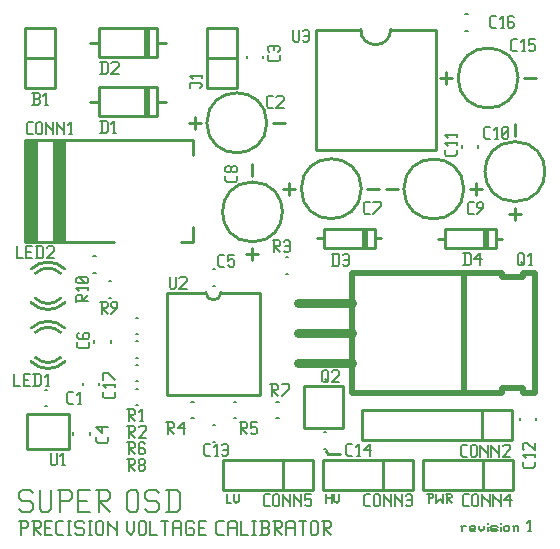
<source format=gbr>
G04 start of page 7 for group -4079 idx -4079 *
G04 Title: (unknown), topsilk *
G04 Creator: pcb 20091103 *
G04 CreationDate: Fri 28 Jan 2011 22:02:30 GMT UTC *
G04 For: thomas *
G04 Format: Gerber/RS-274X *
G04 PCB-Dimensions: 179130 179130 *
G04 PCB-Coordinate-Origin: lower left *
%MOIN*%
%FSLAX25Y25*%
%LNFRONTSILK*%
%ADD12C,0.0100*%
%ADD13C,0.0200*%
%ADD28C,0.0300*%
%ADD47C,0.0080*%
%ADD49C,0.0060*%
%ADD50C,0.0075*%
G54D12*X110236Y31099D02*X106299D01*
X105512Y31886D01*
G54D49*X105511Y17729D02*Y14649D01*
X107436Y17729D02*Y14649D01*
X105511Y16189D02*X107436D01*
X108360Y17729D02*Y15419D01*
X109130Y14649D01*
X109900Y15419D01*
Y17729D02*Y15419D01*
X72441Y17730D02*Y14650D01*
X73981D01*
X74905Y17730D02*Y15420D01*
X75675Y14650D01*
X76445Y15420D01*
Y17730D02*Y15420D01*
X139754Y17729D02*Y14649D01*
X139369Y17729D02*X140909D01*
X141294Y17344D01*
Y16574D01*
X140909Y16189D02*X141294Y16574D01*
X139754Y16189D02*X140909D01*
X142218Y17729D02*Y14649D01*
X143373Y15804D01*
X144528Y14649D01*
Y17729D02*Y14649D01*
X145453Y17729D02*X146993D01*
X147378Y17344D01*
Y16574D01*
X146993Y16189D02*X147378Y16574D01*
X145838Y16189D02*X146993D01*
X145838Y17729D02*Y14649D01*
Y16189D02*X147378Y14649D01*
G54D50*X6890Y18992D02*X7825Y18057D01*
X4085Y18992D02*X6890D01*
X3150Y18057D02*X4085Y18992D01*
X3150Y18057D02*Y16187D01*
X4085Y15252D01*
X6890D01*
X7825Y14317D01*
Y12447D01*
X6890Y11512D02*X7825Y12447D01*
X4085Y11512D02*X6890D01*
X3150Y12447D02*X4085Y11512D01*
X10070Y18992D02*Y12447D01*
X11005Y11512D01*
X12875D01*
X13810Y12447D01*
Y18992D02*Y12447D01*
X16991Y18992D02*Y11512D01*
X16056Y18992D02*X19796D01*
X20731Y18057D01*
Y16187D01*
X19796Y15252D02*X20731Y16187D01*
X16991Y15252D02*X19796D01*
X22977D02*X25782D01*
X22977Y11512D02*X26717D01*
X22977Y18992D02*Y11512D01*
Y18992D02*X26717D01*
X28963D02*X32703D01*
X33638Y18057D01*
Y16187D01*
X32703Y15252D02*X33638Y16187D01*
X29898Y15252D02*X32703D01*
X29898Y18992D02*Y11512D01*
Y15252D02*X33638Y11512D01*
X39250Y18057D02*Y12447D01*
Y18057D02*X40185Y18992D01*
X42055D01*
X42990Y18057D01*
Y12447D01*
X42055Y11512D02*X42990Y12447D01*
X40185Y11512D02*X42055D01*
X39250Y12447D02*X40185Y11512D01*
X48976Y18992D02*X49911Y18057D01*
X46171Y18992D02*X48976D01*
X45236Y18057D02*X46171Y18992D01*
X45236Y18057D02*Y16187D01*
X46171Y15252D01*
X48976D01*
X49911Y14317D01*
Y12447D01*
X48976Y11512D02*X49911Y12447D01*
X46171Y11512D02*X48976D01*
X45236Y12447D02*X46171Y11512D01*
X53092Y18992D02*Y11512D01*
X55897Y18992D02*X56832Y18057D01*
Y12447D01*
X55897Y11512D02*X56832Y12447D01*
X52157Y11512D02*X55897D01*
X52157Y18992D02*X55897D01*
G54D49*X3740Y8658D02*Y3938D01*
X3150Y8658D02*X5510D01*
X6100Y8068D01*
Y6888D01*
X5510Y6298D02*X6100Y6888D01*
X3740Y6298D02*X5510D01*
X7517Y8658D02*X9877D01*
X10467Y8068D01*
Y6888D01*
X9877Y6298D02*X10467Y6888D01*
X8107Y6298D02*X9877D01*
X8107Y8658D02*Y3938D01*
Y6298D02*X10467Y3938D01*
X11884Y6298D02*X13654D01*
X11884Y3938D02*X14244D01*
X11884Y8658D02*Y3938D01*
Y8658D02*X14244D01*
X16251Y3938D02*X18021D01*
X15661Y4528D02*X16251Y3938D01*
X15661Y8068D02*Y4528D01*
Y8068D02*X16251Y8658D01*
X18021D01*
X19438D02*X20618D01*
X20028D02*Y3938D01*
X19438D02*X20618D01*
X24395Y8658D02*X24985Y8068D01*
X22625Y8658D02*X24395D01*
X22035Y8068D02*X22625Y8658D01*
X22035Y8068D02*Y6888D01*
X22625Y6298D01*
X24395D01*
X24985Y5708D01*
Y4528D01*
X24395Y3938D02*X24985Y4528D01*
X22625Y3938D02*X24395D01*
X22035Y4528D02*X22625Y3938D01*
X26403Y8658D02*X27583D01*
X26993D02*Y3938D01*
X26403D02*X27583D01*
X29000Y8068D02*Y4528D01*
Y8068D02*X29590Y8658D01*
X30770D01*
X31360Y8068D01*
Y4528D01*
X30770Y3938D02*X31360Y4528D01*
X29590Y3938D02*X30770D01*
X29000Y4528D02*X29590Y3938D01*
X32777Y8658D02*Y3938D01*
Y8658D02*Y8068D01*
X35727Y5118D01*
Y8658D02*Y3938D01*
X39268Y8658D02*Y5118D01*
X40448Y3938D01*
X41628Y5118D01*
Y8658D02*Y5118D01*
X43045Y8068D02*Y4528D01*
Y8068D02*X43635Y8658D01*
X44815D01*
X45405Y8068D01*
Y4528D01*
X44815Y3938D02*X45405Y4528D01*
X43635Y3938D02*X44815D01*
X43045Y4528D02*X43635Y3938D01*
X46822Y8658D02*Y3938D01*
X49182D01*
X50600Y8658D02*X52960D01*
X51780D02*Y3938D01*
X54377Y8068D02*Y3938D01*
Y8068D02*X54967Y8658D01*
X56737D01*
X57327Y8068D01*
Y3938D01*
X54377Y6298D02*X57327D01*
X61104Y8658D02*X61694Y8068D01*
X59334Y8658D02*X61104D01*
X58744Y8068D02*X59334Y8658D01*
X58744Y8068D02*Y4528D01*
X59334Y3938D01*
X61104D01*
X61694Y4528D01*
Y5708D02*Y4528D01*
X61104Y6298D02*X61694Y5708D01*
X59924Y6298D02*X61104D01*
X63111D02*X64881D01*
X63111Y3938D02*X65471D01*
X63111Y8658D02*Y3938D01*
Y8658D02*X65471D01*
X69602Y3938D02*X71372D01*
X69012Y4528D02*X69602Y3938D01*
X69012Y8068D02*Y4528D01*
Y8068D02*X69602Y8658D01*
X71372D01*
X72790Y8068D02*Y3938D01*
Y8068D02*X73380Y8658D01*
X75150D01*
X75740Y8068D01*
Y3938D01*
X72790Y6298D02*X75740D01*
X77157Y8658D02*Y3938D01*
X79517D01*
X80934Y8658D02*X82114D01*
X81524D02*Y3938D01*
X80934D02*X82114D01*
X83531D02*X85891D01*
X86481Y4528D01*
Y5708D02*Y4528D01*
X85891Y6298D02*X86481Y5708D01*
X84121Y6298D02*X85891D01*
X84121Y8658D02*Y3938D01*
X83531Y8658D02*X85891D01*
X86481Y8068D01*
Y6888D01*
X85891Y6298D02*X86481Y6888D01*
X87898Y8658D02*X90258D01*
X90848Y8068D01*
Y6888D01*
X90258Y6298D02*X90848Y6888D01*
X88488Y6298D02*X90258D01*
X88488Y8658D02*Y3938D01*
Y6298D02*X90848Y3938D01*
X92265Y8068D02*Y3938D01*
Y8068D02*X92855Y8658D01*
X94625D01*
X95215Y8068D01*
Y3938D01*
X92265Y6298D02*X95215D01*
X96633Y8658D02*X98993D01*
X97813D02*Y3938D01*
X100410Y8068D02*Y4528D01*
Y8068D02*X101000Y8658D01*
X102180D01*
X102770Y8068D01*
Y4528D01*
X102180Y3938D02*X102770Y4528D01*
X101000Y3938D02*X102180D01*
X100410Y4528D02*X101000Y3938D01*
X104187Y8658D02*X106547D01*
X107137Y8068D01*
Y6888D01*
X106547Y6298D02*X107137Y6888D01*
X104777Y6298D02*X106547D01*
X104777Y8658D02*Y3938D01*
Y6298D02*X107137Y3938D01*
X150864Y6549D02*Y5139D01*
Y6549D02*X151334Y7019D01*
X152274D01*
X150394D02*X150864Y6549D01*
X153872Y5139D02*X155282D01*
X153402Y5609D02*X153872Y5139D01*
X153402Y6549D02*Y5609D01*
Y6549D02*X153872Y7019D01*
X154812D01*
X155282Y6549D01*
X153402Y6079D02*X155282D01*
Y6549D02*Y6079D01*
X156411Y7019D02*Y6079D01*
X157351Y5139D01*
X158291Y6079D01*
Y7019D02*Y6079D01*
X159420Y7959D02*Y7489D01*
Y6549D02*Y5139D01*
X160831D02*X162241D01*
X162711Y5609D01*
X162241Y6079D02*X162711Y5609D01*
X160831Y6079D02*X162241D01*
X160361Y6549D02*X160831Y6079D01*
X160361Y6549D02*X160831Y7019D01*
X162241D01*
X162711Y6549D01*
X160361Y5609D02*X160831Y5139D01*
X163840Y7959D02*Y7489D01*
Y6549D02*Y5139D01*
X164781Y6549D02*Y5609D01*
Y6549D02*X165251Y7019D01*
X166191D01*
X166661Y6549D01*
Y5609D01*
X166191Y5139D02*X166661Y5609D01*
X165251Y5139D02*X166191D01*
X164781Y5609D02*X165251Y5139D01*
X168260Y6549D02*Y5139D01*
Y6549D02*X168730Y7019D01*
X169200D01*
X169670Y6549D01*
Y5139D01*
X167790Y7019D02*X168260Y6549D01*
X172961Y5139D02*X173901D01*
X173431Y8899D02*Y5139D01*
X172491Y7959D02*X173431Y8899D01*
G54D12*X5236Y173106D02*Y153106D01*
X15236D01*
Y173106D02*Y153106D01*
X5236Y173106D02*X15236D01*
X5236Y163106D02*X15236D01*
Y173106D02*Y163106D01*
G54D47*X27953Y96846D02*X28739D01*
X27953Y91336D02*X28739D01*
G54D12*X49302Y172960D02*Y163252D01*
Y168106D02*X52297D01*
X29792Y163252D02*X49302D01*
X29792Y172960D02*Y163252D01*
X26797Y168106D02*X29792D01*
Y172960D02*X49302D01*
X46302D02*Y163252D01*
X45802Y172960D02*Y163252D01*
X45302Y172960D02*Y163252D01*
X49302Y153275D02*Y143567D01*
Y148421D02*X52297D01*
X29792Y143567D02*X49302D01*
X29792Y153275D02*Y143567D01*
X26797Y148421D02*X29792D01*
Y153275D02*X49302D01*
X46302D02*Y143567D01*
X45802Y153275D02*Y143567D01*
X45302Y153275D02*Y143567D01*
X34707Y101564D02*X5207D01*
Y135564D01*
X61207D01*
Y130564D01*
X57207Y101564D02*X61207D01*
Y106564D01*
X5207Y101564D02*Y135564D01*
X5707Y101564D02*Y135564D01*
X6207Y101564D02*Y135564D01*
X6707Y101564D02*Y135564D01*
X7207Y101564D02*Y135564D01*
X7707Y101564D02*Y135564D01*
X8207Y101564D02*Y135564D01*
X8707Y101564D02*Y135564D01*
X18207Y101564D02*Y135564D01*
X17707Y101564D02*Y135564D01*
X17207Y101564D02*Y135564D01*
X16707Y101564D02*Y135564D01*
X16207Y101564D02*Y135564D01*
X15707Y101564D02*Y135564D01*
X15207Y101564D02*Y135564D01*
X14707Y101564D02*Y135564D01*
X102081Y172420D02*Y132420D01*
X142081D01*
Y172420D02*Y132420D01*
X102081Y172420D02*X117081D01*
X127081D02*X142081D01*
X117081D02*G75*G03X127081Y172420I5000J0D01*G01*
X91295Y119376D02*X95295D01*
X93295Y121376D02*Y117376D01*
X119295Y119376D02*X123295D01*
X97295D02*G75*G03X97295Y119376I10000J0D01*G01*
X153457Y119287D02*X157457D01*
X155457Y121287D02*Y117287D01*
X125457Y119287D02*X129457D01*
X151457D02*G75*G03X151457Y119287I-10000J0D01*G01*
X121710Y106096D02*Y99578D01*
Y102837D02*X123984D01*
X104758Y99578D02*X121710D01*
X104758Y106096D02*Y99578D01*
X102484Y102837D02*X104758D01*
Y106096D02*X121710D01*
X118710D02*Y99578D01*
X118210Y106096D02*Y99578D01*
X117710Y106096D02*Y99578D01*
X162059Y106011D02*Y99493D01*
Y102752D02*X164333D01*
X145107Y99493D02*X162059D01*
X145107Y106011D02*Y99493D01*
X142833Y102752D02*X145107D01*
Y106011D02*X162059D01*
X159059D02*Y99493D01*
X158559Y106011D02*Y99493D01*
X158059Y106011D02*Y99493D01*
X168504Y113075D02*Y109075D01*
X166504Y111075D02*X170504D01*
X168504Y141075D02*Y137075D01*
Y115075D02*G75*G03X168504Y115075I0J10000D01*G01*
G54D47*X150788Y133854D02*Y133068D01*
X156298Y133854D02*Y133068D01*
G54D12*X143568Y156294D02*X147568D01*
X145568Y158294D02*Y154294D01*
X171568Y156294D02*X175568D01*
X149568D02*G75*G03X149568Y156294I10000J0D01*G01*
G54D47*X151969Y177555D02*X152755D01*
X151969Y172045D02*X152755D01*
G54D12*X98287Y53610D02*Y39710D01*
X111087D01*
Y53610D01*
X98287D01*
X117520Y45547D02*X167520D01*
X117520D02*Y35547D01*
X167520D01*
Y45547D02*Y35547D01*
X157520Y45547D02*Y35547D01*
X167520D01*
G54D47*X104725Y32674D02*X105511D01*
X104725Y38184D02*X105511D01*
X170080Y42909D02*Y42123D01*
X175590Y42909D02*Y42123D01*
G54D12*X137756Y29012D02*X167756D01*
X137756D02*Y19012D01*
X167756D01*
Y29012D02*Y19012D01*
X157756Y29012D02*Y19012D01*
X167756D01*
X104449Y29012D02*X134449D01*
X104449D02*Y19012D01*
X134449D01*
Y29012D02*Y19012D01*
X124449Y29012D02*Y19012D01*
X134449D01*
G54D28*X96110Y81285D02*X114110D01*
X96110Y71285D02*X114110D01*
X96110Y61285D02*X114110D01*
G54D13*Y91285D02*Y51285D01*
X151610D01*
Y91285D02*Y51285D01*
X114110Y91285D02*X151610D01*
Y51285D01*
X164110D01*
Y52785D02*Y51285D01*
Y52785D02*X171110D01*
Y51285D01*
X175110D01*
Y91285D02*Y51285D01*
X171110Y91285D02*X175110D01*
X171110D02*Y89785D01*
X164110D02*X171110D01*
X164110Y91285D02*Y89785D01*
X151610Y91285D02*X164110D01*
G54D12*X75866Y173106D02*Y153106D01*
X65866Y173106D02*X75866D01*
X65866D02*Y153106D01*
X75866D01*
X65866Y163106D02*X75866D01*
X65866D02*Y153106D01*
G54D47*X84645Y163775D02*Y162989D01*
X79135Y163775D02*Y162989D01*
G54D12*X59806Y141345D02*X63806D01*
X61806Y143345D02*Y139345D01*
X87806Y141345D02*X91806D01*
X65806D02*G75*G03X65806Y141345I10000J0D01*G01*
X81016Y99643D02*Y95643D01*
X79016Y97643D02*X83016D01*
X81016Y127643D02*Y123643D01*
Y101643D02*G75*G03X81016Y101643I0J10000D01*G01*
G54D47*X92127Y96453D02*X92913D01*
X92127Y90943D02*X92913D01*
X74803Y48421D02*X75589D01*
X74803Y42911D02*X75589D01*
X60630Y48420D02*X61416D01*
X60630Y42910D02*X61416D01*
X88977Y48421D02*X89763D01*
X88977Y42911D02*X89763D01*
G54D12*X52506Y84775D02*Y50775D01*
X83506D01*
Y84775D01*
X52506D02*X65506D01*
X83506D02*X70506D01*
X65506D02*G75*G03X70506Y84775I2500J0D01*G01*
G54D47*X67717Y92516D02*X68503D01*
X67717Y87006D02*X68503D01*
X67717Y40546D02*X68503D01*
X67717Y35036D02*X68503D01*
G54D12*X71063Y29012D02*X101063D01*
X71063D02*Y19012D01*
X101063D01*
Y29012D02*Y19012D01*
X91063Y29012D02*Y19012D01*
X101063D01*
G54D47*X42127Y52750D02*X42913D01*
X42127Y47240D02*X42913D01*
X42126Y60624D02*X42912D01*
X42126Y55114D02*X42912D01*
X24410Y54720D02*Y53934D01*
X29920Y54720D02*Y53934D01*
G54D12*X8702Y82833D02*G75*G03X17045Y82832I4171J4171D01*G01*
X17045Y91176D02*G75*G03X8702Y91175I-4171J-4171D01*G01*
X7287Y81418D02*G75*G03X18460Y81417I5586J5586D01*G01*
X18460Y92591D02*G75*G03X7287Y92590I-5586J-5586D01*G01*
X8702Y63148D02*G75*G03X17045Y63147I4171J4171D01*G01*
X17045Y71491D02*G75*G03X8702Y71490I-4171J-4171D01*G01*
X7287Y61733D02*G75*G03X18460Y61732I5586J5586D01*G01*
X18460Y72906D02*G75*G03X7287Y72905I-5586J-5586D01*G01*
G54D47*X42126Y62988D02*X42912D01*
X42126Y68498D02*X42912D01*
X42126Y76372D02*X42912D01*
X42126Y70862D02*X42912D01*
X33857Y68893D02*Y68107D01*
X28347Y68893D02*Y68107D01*
X33071Y88579D02*X33857D01*
X33071Y83069D02*X33857D01*
X11811Y52358D02*X12597D01*
X11811Y46848D02*X12597D01*
G54D12*X5910Y32550D02*X19810D01*
Y44350D02*Y32550D01*
X5910Y44350D02*X19810D01*
X5910D02*Y32550D01*
G54D47*X21260Y38184D02*Y37398D01*
X26770Y38184D02*Y37398D01*
G54D49*X86306Y146345D02*X87806D01*
X85806Y146845D02*X86306Y146345D01*
X85806Y149845D02*Y146845D01*
Y149845D02*X86306Y150345D01*
X87806D01*
X89007Y149845D02*X89507Y150345D01*
X91007D01*
X91507Y149845D01*
Y148845D01*
X89007Y146345D02*X91507Y148845D01*
X89007Y146345D02*X91507D01*
X158807Y136099D02*X160307D01*
X158307Y136599D02*X158807Y136099D01*
X158307Y139599D02*Y136599D01*
Y139599D02*X158807Y140099D01*
X160307D01*
X162008Y136099D02*X163008D01*
X162508Y140099D02*Y136099D01*
X161508Y139099D02*X162508Y140099D01*
X164209Y136599D02*X164709Y136099D01*
X164209Y139599D02*Y136599D01*
Y139599D02*X164709Y140099D01*
X165709D01*
X166209Y139599D01*
Y136599D01*
X165709Y136099D02*X166209Y136599D01*
X164709Y136099D02*X165709D01*
X164209Y137099D02*X166209Y139099D01*
X118583Y110991D02*X120083D01*
X118083Y111491D02*X118583Y110991D01*
X118083Y114491D02*Y111491D01*
Y114491D02*X118583Y114991D01*
X120083D01*
X121284Y110991D02*X123784Y113491D01*
Y114991D02*Y113491D01*
X121284Y114991D02*X123784D01*
X7599Y147335D02*X9599D01*
X10099Y147835D01*
Y148835D02*Y147835D01*
X9599Y149335D02*X10099Y148835D01*
X8099Y149335D02*X9599D01*
X8099Y151335D02*Y147335D01*
X7599Y151335D02*X9599D01*
X10099Y150835D01*
Y149835D01*
X9599Y149335D02*X10099Y149835D01*
X11800Y147335D02*X12800D01*
X12300Y151335D02*Y147335D01*
X11300Y150335D02*X12300Y151335D01*
X30726Y161637D02*Y157637D01*
X32226Y161637D02*X32726Y161137D01*
Y158137D01*
X32226Y157637D02*X32726Y158137D01*
X30226Y157637D02*X32226D01*
X30226Y161637D02*X32226D01*
X33927Y161137D02*X34427Y161637D01*
X35927D01*
X36427Y161137D01*
Y160137D01*
X33927Y157637D02*X36427Y160137D01*
X33927Y157637D02*X36427D01*
X153295Y110901D02*X154795D01*
X152795Y111401D02*X153295Y110901D01*
X152795Y114401D02*Y111401D01*
Y114401D02*X153295Y114901D01*
X154795D01*
X155996Y110901D02*X157996Y112901D01*
Y114401D02*Y112901D01*
X157496Y114901D02*X157996Y114401D01*
X156496Y114901D02*X157496D01*
X155996Y114401D02*X156496Y114901D01*
X155996Y114401D02*Y113401D01*
X156496Y112901D01*
X157996D01*
X149093Y132311D02*Y130811D01*
X148593Y130311D02*X149093Y130811D01*
X145593Y130311D02*X148593D01*
X145593D02*X145093Y130811D01*
Y132311D02*Y130811D01*
X149093Y135012D02*Y134012D01*
X145093Y134512D02*X149093D01*
X146093Y133512D02*X145093Y134512D01*
X149093Y137713D02*Y136713D01*
X145093Y137213D02*X149093D01*
X146093Y136213D02*X145093Y137213D01*
X160736Y172949D02*X162236D01*
X160236Y173449D02*X160736Y172949D01*
X160236Y176449D02*Y173449D01*
Y176449D02*X160736Y176949D01*
X162236D01*
X163937Y172949D02*X164937D01*
X164437Y176949D02*Y172949D01*
X163437Y175949D02*X164437Y176949D01*
X167638D02*X168138Y176449D01*
X166638Y176949D02*X167638D01*
X166138Y176449D02*X166638Y176949D01*
X166138Y176449D02*Y173449D01*
X166638Y172949D01*
X167638Y174949D02*X168138Y174449D01*
X166138Y174949D02*X167638D01*
X166638Y172949D02*X167638D01*
X168138Y173449D01*
Y174449D02*Y173449D01*
X167705Y165231D02*X169205D01*
X167205Y165731D02*X167705Y165231D01*
X167205Y168731D02*Y165731D01*
Y168731D02*X167705Y169231D01*
X169205D01*
X170906Y165231D02*X171906D01*
X171406Y169231D02*Y165231D01*
X170406Y168231D02*X171406Y169231D01*
X173107D02*X175107D01*
X173107D02*Y167231D01*
X173607Y167731D01*
X174607D01*
X175107Y167231D01*
Y165731D01*
X174607Y165231D02*X175107Y165731D01*
X173607Y165231D02*X174607D01*
X173107Y165731D02*X173607Y165231D01*
X76016Y123643D02*Y122143D01*
X75516Y121643D02*X76016Y122143D01*
X72516Y121643D02*X75516D01*
X72516D02*X72016Y122143D01*
Y123643D02*Y122143D01*
X75516Y124844D02*X76016Y125344D01*
X74516Y124844D02*X75516D01*
X74516D02*X74016Y125344D01*
Y126344D02*Y125344D01*
Y126344D02*X74516Y126844D01*
X75516D01*
X76016Y126344D02*X75516Y126844D01*
X76016Y126344D02*Y125344D01*
X73516Y124844D02*X74016Y125344D01*
X72516Y124844D02*X73516D01*
X72516D02*X72016Y125344D01*
Y126344D02*Y125344D01*
Y126344D02*X72516Y126844D01*
X73516D01*
X74016Y126344D02*X73516Y126844D01*
X60078Y154606D02*Y153106D01*
Y154606D02*X63578D01*
X64078Y154106D02*X63578Y154606D01*
X64078Y154106D02*Y153606D01*
X63578Y153106D02*X64078Y153606D01*
Y157307D02*Y156307D01*
X60078Y156807D02*X64078D01*
X61078Y155807D02*X60078Y156807D01*
X30725Y141953D02*Y137953D01*
X32225Y141953D02*X32725Y141453D01*
Y138453D01*
X32225Y137953D02*X32725Y138453D01*
X30225Y137953D02*X32225D01*
X30225Y141953D02*X32225D01*
X34426Y137953D02*X35426D01*
X34926Y141953D02*Y137953D01*
X33926Y140953D02*X34926Y141953D01*
X6207Y137564D02*X7707D01*
X5707Y138064D02*X6207Y137564D01*
X5707Y141064D02*Y138064D01*
Y141064D02*X6207Y141564D01*
X7707D01*
X8908Y141064D02*Y138064D01*
Y141064D02*X9408Y141564D01*
X10408D01*
X10908Y141064D01*
Y138064D01*
X10408Y137564D02*X10908Y138064D01*
X9408Y137564D02*X10408D01*
X8908Y138064D02*X9408Y137564D01*
X12109Y141564D02*Y137564D01*
Y141564D02*Y141064D01*
X14609Y138564D01*
Y141564D02*Y137564D01*
X15810Y141564D02*Y137564D01*
Y141564D02*Y141064D01*
X18310Y138564D01*
Y141564D02*Y137564D01*
X20011D02*X21011D01*
X20511Y141564D02*Y137564D01*
X19511Y140564D02*X20511Y141564D01*
X90038Y163806D02*Y162306D01*
X89538Y161806D02*X90038Y162306D01*
X86538Y161806D02*X89538D01*
X86538D02*X86038Y162306D01*
Y163806D02*Y162306D01*
X86538Y165007D02*X86038Y165507D01*
Y166507D02*Y165507D01*
Y166507D02*X86538Y167007D01*
X89538D01*
X90038Y166507D02*X89538Y167007D01*
X90038Y166507D02*Y165507D01*
X89538Y165007D02*X90038Y165507D01*
X88038Y167007D02*Y165507D01*
X94662Y172291D02*Y168791D01*
X95162Y168291D01*
X96162D01*
X96662Y168791D01*
Y172291D02*Y168791D01*
X97863Y171791D02*X98363Y172291D01*
X99363D01*
X99863Y171791D01*
Y168791D01*
X99363Y168291D02*X99863Y168791D01*
X98363Y168291D02*X99363D01*
X97863Y168791D02*X98363Y168291D01*
Y170291D02*X99863D01*
X35314Y51602D02*Y50102D01*
X34814Y49602D02*X35314Y50102D01*
X31814Y49602D02*X34814D01*
X31814D02*X31314Y50102D01*
Y51602D02*Y50102D01*
X35314Y54303D02*Y53303D01*
X31314Y53803D02*X35314D01*
X32314Y52803D02*X31314Y53803D01*
X35314Y55504D02*X32814Y58004D01*
X31314D02*X32814D01*
X31314D02*Y55504D01*
X26654Y68138D02*Y66638D01*
X26154Y66138D02*X26654Y66638D01*
X23154Y66138D02*X26154D01*
X23154D02*X22654Y66638D01*
Y68138D02*Y66638D01*
Y70839D02*X23154Y71339D01*
X22654Y70839D02*Y69839D01*
X23154Y69339D02*X22654Y69839D01*
X23154Y69339D02*X26154D01*
X26654Y69839D01*
X24654Y70839D02*X25154Y71339D01*
X24654Y70839D02*Y69339D01*
X26654Y70839D02*Y69839D01*
Y70839D02*X26154Y71339D01*
X25154D02*X26154D01*
X30314Y81675D02*X32314D01*
X32814Y81175D01*
Y80175D01*
X32314Y79675D02*X32814Y80175D01*
X30814Y79675D02*X32314D01*
X30814Y81675D02*Y77675D01*
Y79675D02*X32814Y77675D01*
X34015D02*X36015Y79675D01*
Y81175D02*Y79675D01*
X35515Y81675D02*X36015Y81175D01*
X34515Y81675D02*X35515D01*
X34015Y81175D02*X34515Y81675D01*
X34015Y81175D02*Y80175D01*
X34515Y79675D01*
X36015D01*
X22259Y83493D02*Y81493D01*
Y83493D02*X22759Y83993D01*
X23759D01*
X24259Y83493D02*X23759Y83993D01*
X24259Y83493D02*Y81993D01*
X22259D02*X26259D01*
X24259D02*X26259Y83993D01*
Y86694D02*Y85694D01*
X22259Y86194D02*X26259D01*
X23259Y85194D02*X22259Y86194D01*
X25759Y87895D02*X26259Y88395D01*
X22759Y87895D02*X25759D01*
X22759D02*X22259Y88395D01*
Y89395D02*Y88395D01*
Y89395D02*X22759Y89895D01*
X25759D01*
X26259Y89395D02*X25759Y89895D01*
X26259Y89395D02*Y88395D01*
X25259Y87895D02*X23259Y89895D01*
X19790Y47753D02*X21290D01*
X19290Y48253D02*X19790Y47753D01*
X19290Y51253D02*Y48253D01*
Y51253D02*X19790Y51753D01*
X21290D01*
X22991Y47753D02*X23991D01*
X23491Y51753D02*Y47753D01*
X22491Y50753D02*X23491Y51753D01*
X1615Y57744D02*Y53744D01*
X3615D01*
X4816Y55744D02*X6316D01*
X4816Y53744D02*X6816D01*
X4816Y57744D02*Y53744D01*
Y57744D02*X6816D01*
X8517D02*Y53744D01*
X10017Y57744D02*X10517Y57244D01*
Y54244D01*
X10017Y53744D02*X10517Y54244D01*
X8017Y53744D02*X10017D01*
X8017Y57744D02*X10017D01*
X12218Y53744D02*X13218D01*
X12718Y57744D02*Y53744D01*
X11718Y56744D02*X12718Y57744D01*
X2401Y100264D02*Y96264D01*
X4401D01*
X5602Y98264D02*X7102D01*
X5602Y96264D02*X7602D01*
X5602Y100264D02*Y96264D01*
Y100264D02*X7602D01*
X9303D02*Y96264D01*
X10803Y100264D02*X11303Y99764D01*
Y96764D01*
X10803Y96264D02*X11303Y96764D01*
X8803Y96264D02*X10803D01*
X8803Y100264D02*X10803D01*
X12504Y99764D02*X13004Y100264D01*
X14504D01*
X15004Y99764D01*
Y98764D01*
X12504Y96264D02*X15004Y98764D01*
X12504Y96264D02*X15004D01*
X52361Y41516D02*X54361D01*
X54861Y41016D01*
Y40016D01*
X54361Y39516D02*X54861Y40016D01*
X52861Y39516D02*X54361D01*
X52861Y41516D02*Y37516D01*
Y39516D02*X54861Y37516D01*
X56062Y39516D02*X58062Y41516D01*
X56062Y39516D02*X58562D01*
X58062Y41516D02*Y37516D01*
X53408Y90097D02*Y86597D01*
X53908Y86097D01*
X54908D01*
X55408Y86597D01*
Y90097D02*Y86597D01*
X56609Y89597D02*X57109Y90097D01*
X58609D01*
X59109Y89597D01*
Y88597D01*
X56609Y86097D02*X59109Y88597D01*
X56609Y86097D02*X59109D01*
X39370Y29310D02*X41370D01*
X41870Y28810D01*
Y27810D01*
X41370Y27310D02*X41870Y27810D01*
X39870Y27310D02*X41370D01*
X39870Y29310D02*Y25310D01*
Y27310D02*X41870Y25310D01*
X43071Y25810D02*X43571Y25310D01*
X43071Y26810D02*Y25810D01*
Y26810D02*X43571Y27310D01*
X44571D01*
X45071Y26810D01*
Y25810D01*
X44571Y25310D02*X45071Y25810D01*
X43571Y25310D02*X44571D01*
X43071Y27810D02*X43571Y27310D01*
X43071Y28810D02*Y27810D01*
Y28810D02*X43571Y29310D01*
X44571D01*
X45071Y28810D01*
Y27810D01*
X44571Y27310D02*X45071Y27810D01*
X39368Y34823D02*X41368D01*
X41868Y34323D01*
Y33323D01*
X41368Y32823D02*X41868Y33323D01*
X39868Y32823D02*X41368D01*
X39868Y34823D02*Y30823D01*
Y32823D02*X41868Y30823D01*
X44569Y34823D02*X45069Y34323D01*
X43569Y34823D02*X44569D01*
X43069Y34323D02*X43569Y34823D01*
X43069Y34323D02*Y31323D01*
X43569Y30823D01*
X44569Y32823D02*X45069Y32323D01*
X43069Y32823D02*X44569D01*
X43569Y30823D02*X44569D01*
X45069Y31323D01*
Y32323D02*Y31323D01*
X39370Y40336D02*X41370D01*
X41870Y39836D01*
Y38836D01*
X41370Y38336D02*X41870Y38836D01*
X39870Y38336D02*X41370D01*
X39870Y40336D02*Y36336D01*
Y38336D02*X41870Y36336D01*
X43071Y39836D02*X43571Y40336D01*
X45071D01*
X45571Y39836D01*
Y38836D01*
X43071Y36336D02*X45571Y38836D01*
X43071Y36336D02*X45571D01*
X32952Y36641D02*Y35141D01*
X32452Y34641D02*X32952Y35141D01*
X29452Y34641D02*X32452D01*
X29452D02*X28952Y35141D01*
Y36641D02*Y35141D01*
X30952Y37842D02*X28952Y39842D01*
X30952Y40342D02*Y37842D01*
X28952Y39842D02*X32952D01*
X13784Y31177D02*Y27677D01*
X14284Y27177D01*
X15284D01*
X15784Y27677D01*
Y31177D02*Y27677D01*
X17485Y27177D02*X18485D01*
X17985Y31177D02*Y27177D01*
X16985Y30177D02*X17985Y31177D01*
X39369Y45846D02*X41369D01*
X41869Y45346D01*
Y44346D01*
X41369Y43846D02*X41869Y44346D01*
X39869Y43846D02*X41369D01*
X39869Y45846D02*Y41846D01*
Y43846D02*X41869Y41846D01*
X43570D02*X44570D01*
X44070Y45846D02*Y41846D01*
X43070Y44846D02*X44070Y45846D01*
X65460Y30429D02*X66960D01*
X64960Y30929D02*X65460Y30429D01*
X64960Y33929D02*Y30929D01*
Y33929D02*X65460Y34429D01*
X66960D01*
X68661Y30429D02*X69661D01*
X69161Y34429D02*Y30429D01*
X68161Y33429D02*X69161Y34429D01*
X70862Y33929D02*X71362Y34429D01*
X72362D01*
X72862Y33929D01*
Y30929D01*
X72362Y30429D02*X72862Y30929D01*
X71362Y30429D02*X72362D01*
X70862Y30929D02*X71362Y30429D01*
Y32429D02*X72862D01*
X76770Y41517D02*X78770D01*
X79270Y41017D01*
Y40017D01*
X78770Y39517D02*X79270Y40017D01*
X77270Y39517D02*X78770D01*
X77270Y41517D02*Y37517D01*
Y39517D02*X79270Y37517D01*
X80471Y41517D02*X82471D01*
X80471D02*Y39517D01*
X80971Y40017D01*
X81971D01*
X82471Y39517D01*
Y38017D01*
X81971Y37517D02*X82471Y38017D01*
X80971Y37517D02*X81971D01*
X80471Y38017D02*X80971Y37517D01*
X70184Y93422D02*X71684D01*
X69684Y93922D02*X70184Y93422D01*
X69684Y96922D02*Y93922D01*
Y96922D02*X70184Y97422D01*
X71684D01*
X72885D02*X74885D01*
X72885D02*Y95422D01*
X73385Y95922D01*
X74385D01*
X74885Y95422D01*
Y93922D01*
X74385Y93422D02*X74885Y93922D01*
X73385Y93422D02*X74385D01*
X72885Y93922D02*X73385Y93422D01*
X87795Y102147D02*X89795D01*
X90295Y101647D01*
Y100647D01*
X89795Y100147D02*X90295Y100647D01*
X88295Y100147D02*X89795D01*
X88295Y102147D02*Y98147D01*
Y100147D02*X90295Y98147D01*
X91496Y101647D02*X91996Y102147D01*
X92996D01*
X93496Y101647D01*
Y98647D01*
X92996Y98147D02*X93496Y98647D01*
X91996Y98147D02*X92996D01*
X91496Y98647D02*X91996Y98147D01*
Y100147D02*X93496D01*
X107923Y97754D02*Y93754D01*
X109423Y97754D02*X109923Y97254D01*
Y94254D01*
X109423Y93754D02*X109923Y94254D01*
X107423Y93754D02*X109423D01*
X107423Y97754D02*X109423D01*
X111124Y97254D02*X111624Y97754D01*
X112624D01*
X113124Y97254D01*
Y94254D01*
X112624Y93754D02*X113124Y94254D01*
X111624Y93754D02*X112624D01*
X111124Y94254D02*X111624Y93754D01*
Y95754D02*X113124D01*
X87008Y54115D02*X89008D01*
X89508Y53615D01*
Y52615D01*
X89008Y52115D02*X89508Y52615D01*
X87508Y52115D02*X89008D01*
X87508Y54115D02*Y50115D01*
Y52115D02*X89508Y50115D01*
X90709D02*X93209Y52615D01*
Y54115D02*Y52615D01*
X90709Y54115D02*X93209D01*
X104261Y58433D02*Y55433D01*
Y58433D02*X104761Y58933D01*
X105761D01*
X106261Y58433D01*
Y55433D01*
X105761Y54933D02*X106261Y55433D01*
X104761Y54933D02*X105761D01*
X104261Y55433D02*X104761Y54933D01*
X105261Y55933D02*X106261Y54933D01*
X107462Y58433D02*X107962Y58933D01*
X109462D01*
X109962Y58433D01*
Y57433D01*
X107462Y54933D02*X109962Y57433D01*
X107462Y54933D02*X109962D01*
X112704Y30430D02*X114204D01*
X112204Y30930D02*X112704Y30430D01*
X112204Y33930D02*Y30930D01*
Y33930D02*X112704Y34430D01*
X114204D01*
X115905Y30430D02*X116905D01*
X116405Y34430D02*Y30430D01*
X115405Y33430D02*X116405Y34430D01*
X118106Y32430D02*X120106Y34430D01*
X118106Y32430D02*X120606D01*
X120106Y34430D02*Y30430D01*
X151642Y13477D02*X153142D01*
X151142Y13977D02*X151642Y13477D01*
X151142Y16977D02*Y13977D01*
Y16977D02*X151642Y17477D01*
X153142D01*
X154343Y16977D02*Y13977D01*
Y16977D02*X154843Y17477D01*
X155843D01*
X156343Y16977D01*
Y13977D01*
X155843Y13477D02*X156343Y13977D01*
X154843Y13477D02*X155843D01*
X154343Y13977D02*X154843Y13477D01*
X157544Y17477D02*Y13477D01*
Y17477D02*Y16977D01*
X160044Y14477D01*
Y17477D02*Y13477D01*
X161245Y17477D02*Y13477D01*
Y17477D02*Y16977D01*
X163745Y14477D01*
Y17477D02*Y13477D01*
X164946Y15477D02*X166946Y17477D01*
X164946Y15477D02*X167446D01*
X166946Y17477D02*Y13477D01*
X175078Y28374D02*Y26874D01*
X174578Y26374D02*X175078Y26874D01*
X171578Y26374D02*X174578D01*
X171578D02*X171078Y26874D01*
Y28374D02*Y26874D01*
X175078Y31075D02*Y30075D01*
X171078Y30575D02*X175078D01*
X172078Y29575D02*X171078Y30575D01*
X171578Y32276D02*X171078Y32776D01*
Y34276D02*Y32776D01*
Y34276D02*X171578Y34776D01*
X172578D01*
X175078Y32276D02*X172578Y34776D01*
X175078D02*Y32276D01*
X151090Y30013D02*X152590D01*
X150590Y30513D02*X151090Y30013D01*
X150590Y33513D02*Y30513D01*
Y33513D02*X151090Y34013D01*
X152590D01*
X153791Y33513D02*Y30513D01*
Y33513D02*X154291Y34013D01*
X155291D01*
X155791Y33513D01*
Y30513D01*
X155291Y30013D02*X155791Y30513D01*
X154291Y30013D02*X155291D01*
X153791Y30513D02*X154291Y30013D01*
X156992Y34013D02*Y30013D01*
Y34013D02*Y33513D01*
X159492Y31013D01*
Y34013D02*Y30013D01*
X160693Y34013D02*Y30013D01*
Y34013D02*Y33513D01*
X163193Y31013D01*
Y34013D02*Y30013D01*
X164394Y33513D02*X164894Y34013D01*
X166394D01*
X166894Y33513D01*
Y32513D01*
X164394Y30013D02*X166894Y32513D01*
X164394Y30013D02*X166894D01*
X118808Y13475D02*X120308D01*
X118308Y13975D02*X118808Y13475D01*
X118308Y16975D02*Y13975D01*
Y16975D02*X118808Y17475D01*
X120308D01*
X121509Y16975D02*Y13975D01*
Y16975D02*X122009Y17475D01*
X123009D01*
X123509Y16975D01*
Y13975D01*
X123009Y13475D02*X123509Y13975D01*
X122009Y13475D02*X123009D01*
X121509Y13975D02*X122009Y13475D01*
X124710Y17475D02*Y13475D01*
Y17475D02*Y16975D01*
X127210Y14475D01*
Y17475D02*Y13475D01*
X128411Y17475D02*Y13475D01*
Y17475D02*Y16975D01*
X130911Y14475D01*
Y17475D02*Y13475D01*
X132112Y16975D02*X132612Y17475D01*
X133612D01*
X134112Y16975D01*
Y13975D01*
X133612Y13475D02*X134112Y13975D01*
X132612Y13475D02*X133612D01*
X132112Y13975D02*X132612Y13475D01*
Y15475D02*X134112D01*
X85264Y13475D02*X86764D01*
X84764Y13975D02*X85264Y13475D01*
X84764Y16975D02*Y13975D01*
Y16975D02*X85264Y17475D01*
X86764D01*
X87965Y16975D02*Y13975D01*
Y16975D02*X88465Y17475D01*
X89465D01*
X89965Y16975D01*
Y13975D01*
X89465Y13475D02*X89965Y13975D01*
X88465Y13475D02*X89465D01*
X87965Y13975D02*X88465Y13475D01*
X91166Y17475D02*Y13475D01*
Y17475D02*Y16975D01*
X93666Y14475D01*
Y17475D02*Y13475D01*
X94867Y17475D02*Y13475D01*
Y17475D02*Y16975D01*
X97367Y14475D01*
Y17475D02*Y13475D01*
X98568Y17475D02*X100568D01*
X98568D02*Y15475D01*
X99068Y15975D01*
X100068D01*
X100568Y15475D01*
Y13975D01*
X100068Y13475D02*X100568Y13975D01*
X99068Y13475D02*X100068D01*
X98568Y13975D02*X99068Y13475D01*
X169503Y97384D02*Y94384D01*
Y97384D02*X170003Y97884D01*
X171003D01*
X171503Y97384D01*
Y94384D01*
X171003Y93884D02*X171503Y94384D01*
X170003Y93884D02*X171003D01*
X169503Y94384D02*X170003Y93884D01*
X170503Y94884D02*X171503Y93884D01*
X173204D02*X174204D01*
X173704Y97884D02*Y93884D01*
X172704Y96884D02*X173704Y97884D01*
X151827Y97836D02*Y93836D01*
X153327Y97836D02*X153827Y97336D01*
Y94336D01*
X153327Y93836D02*X153827Y94336D01*
X151327Y93836D02*X153327D01*
X151327Y97836D02*X153327D01*
X155028Y95836D02*X157028Y97836D01*
X155028Y95836D02*X157528D01*
X157028Y97836D02*Y93836D01*
M02*

</source>
